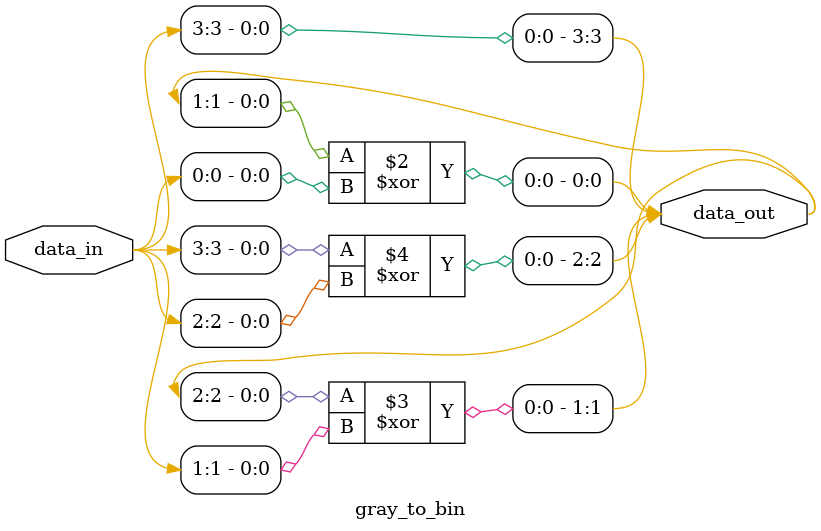
<source format=sv>
module gray_to_bin #(
    parameter DATA_WIDTH = 4
) ( 
    input  logic [DATA_WIDTH-1:0] data_in,
    output logic [DATA_WIDTH-1:0] data_out
);

    generate
        assign data_out [DATA_WIDTH-1] = data_in [DATA_WIDTH-1];
        for (genvar i = 0; i < (DATA_WIDTH-1); i++) begin
            assign data_out [i] = data_out [1+i] ^ data_in [i];
        end
    endgenerate
        
endmodule
</source>
